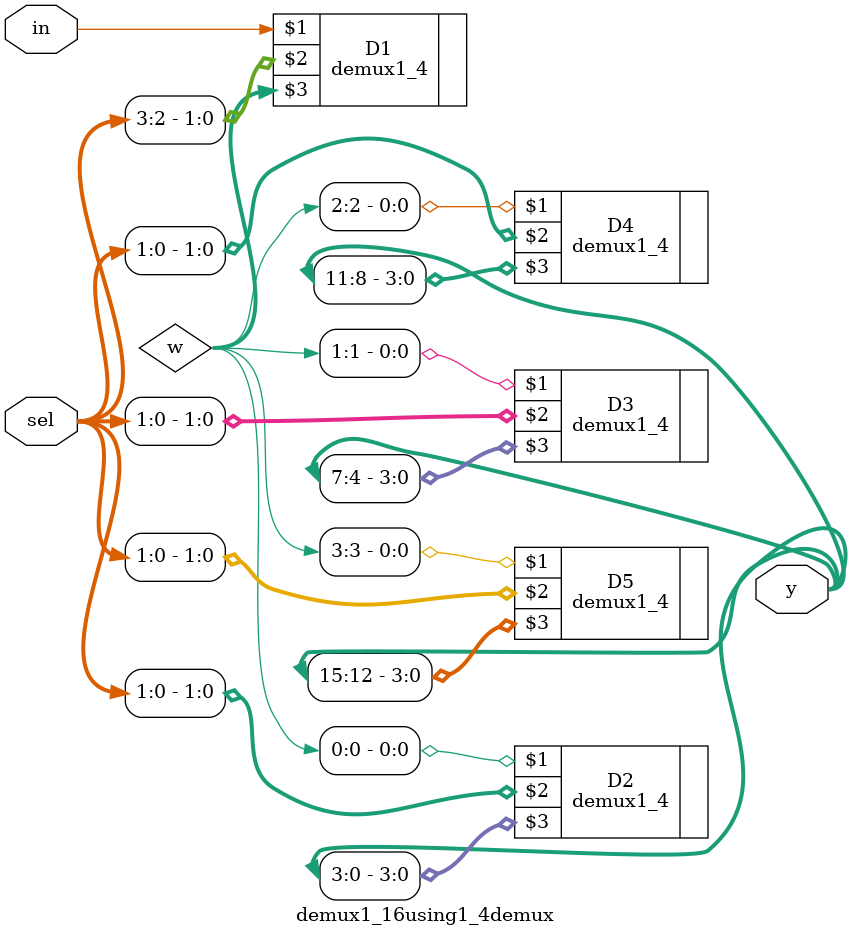
<source format=v>
`timescale 1ns / 1ps


module demux1_16using1_4demux(input in,input [3:0]sel,output[15:0]y);
wire [3:0]w;
demux1_4 D1(in,sel[3:2],w[3:0]);
demux1_4 D2(w[0],sel[1:0],y[3:0]);
demux1_4 D3(w[1],sel[1:0],y[7:4]);
demux1_4 D4(w[2],sel[1:0],y[11:8]);
demux1_4 D5(w[3],sel[1:0],y[15:12]);
endmodule


</source>
